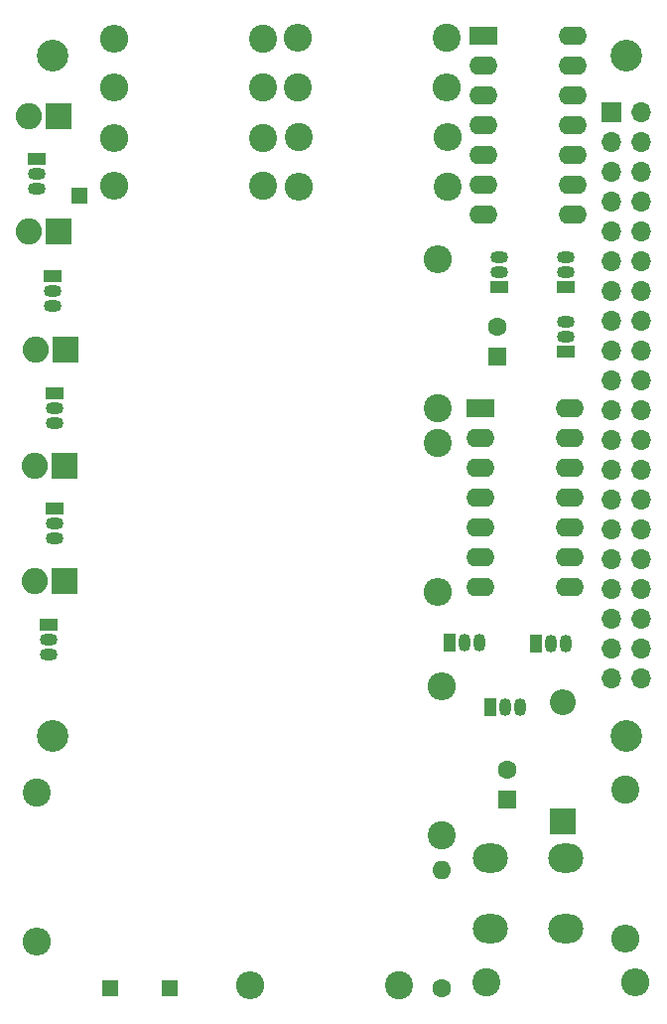
<source format=gts>
G04 #@! TF.GenerationSoftware,KiCad,Pcbnew,7.0.5*
G04 #@! TF.CreationDate,2023-10-09T12:46:36-04:00*
G04 #@! TF.ProjectId,alex_proposal_box,616c6578-5f70-4726-9f70-6f73616c5f62,rev?*
G04 #@! TF.SameCoordinates,Original*
G04 #@! TF.FileFunction,Soldermask,Top*
G04 #@! TF.FilePolarity,Negative*
%FSLAX46Y46*%
G04 Gerber Fmt 4.6, Leading zero omitted, Abs format (unit mm)*
G04 Created by KiCad (PCBNEW 7.0.5) date 2023-10-09 12:46:36*
%MOMM*%
%LPD*%
G01*
G04 APERTURE LIST*
%ADD10R,1.050000X1.500000*%
%ADD11O,1.050000X1.500000*%
%ADD12R,1.350000X1.350000*%
%ADD13C,2.700000*%
%ADD14R,2.240000X2.240000*%
%ADD15O,2.240000X2.240000*%
%ADD16C,2.400000*%
%ADD17O,2.400000X2.400000*%
%ADD18R,1.500000X1.050000*%
%ADD19O,1.500000X1.050000*%
%ADD20R,2.400000X1.600000*%
%ADD21O,2.400000X1.600000*%
%ADD22R,2.200000X2.200000*%
%ADD23O,2.200000X2.200000*%
%ADD24R,1.600000X1.600000*%
%ADD25C,1.600000*%
%ADD26O,1.600000X1.600000*%
%ADD27O,3.000000X2.500000*%
%ADD28R,1.700000X1.700000*%
%ADD29O,1.700000X1.700000*%
G04 APERTURE END LIST*
D10*
X129330000Y-102640000D03*
D11*
X130600000Y-102640000D03*
X131870000Y-102640000D03*
D12*
X105430000Y-132100000D03*
D13*
X144460000Y-110560000D03*
D14*
X96470000Y-97350000D03*
D15*
X93930000Y-97350000D03*
D16*
X129190000Y-63750000D03*
D17*
X116490000Y-63750000D03*
D18*
X94150000Y-61400000D03*
D19*
X94150000Y-62670000D03*
X94150000Y-63940000D03*
D12*
X97760000Y-64550000D03*
D16*
X113450000Y-63710000D03*
D17*
X100750000Y-63710000D03*
D20*
X132010000Y-82630000D03*
D21*
X132010000Y-85170000D03*
X132010000Y-87710000D03*
X132010000Y-90250000D03*
X132010000Y-92790000D03*
X132010000Y-95330000D03*
X132010000Y-97870000D03*
X139630000Y-97870000D03*
X139630000Y-95330000D03*
X139630000Y-92790000D03*
X139630000Y-90250000D03*
X139630000Y-87710000D03*
X139630000Y-85170000D03*
X139630000Y-82630000D03*
D18*
X95610000Y-81350000D03*
D19*
X95610000Y-82620000D03*
X95610000Y-83890000D03*
D16*
X132450000Y-131590000D03*
D17*
X145150000Y-131590000D03*
D18*
X95610000Y-91150000D03*
D19*
X95610000Y-92420000D03*
X95610000Y-93690000D03*
D16*
X113470000Y-55320000D03*
D17*
X100770000Y-55320000D03*
D10*
X136740000Y-102730000D03*
D11*
X138010000Y-102730000D03*
X139280000Y-102730000D03*
D14*
X96020000Y-57730000D03*
D15*
X93480000Y-57730000D03*
D14*
X96540000Y-77610000D03*
D15*
X94000000Y-77610000D03*
D16*
X113470000Y-59580000D03*
D17*
X100770000Y-59580000D03*
D13*
X95460000Y-52560000D03*
X144460000Y-52560000D03*
D16*
X116490000Y-59540000D03*
D17*
X129190000Y-59540000D03*
D16*
X94150000Y-115430000D03*
D17*
X94150000Y-128130000D03*
D12*
X100370000Y-132040000D03*
D18*
X95140000Y-101130000D03*
D19*
X95140000Y-102400000D03*
X95140000Y-103670000D03*
D16*
X128660000Y-119070000D03*
D17*
X128660000Y-106370000D03*
D16*
X128370000Y-85560000D03*
D17*
X128370000Y-98260000D03*
D16*
X129130000Y-51070000D03*
D17*
X116430000Y-51070000D03*
D14*
X96010000Y-67530000D03*
D15*
X93470000Y-67530000D03*
D16*
X128320000Y-82610000D03*
D17*
X128320000Y-69910000D03*
D14*
X96490000Y-87510000D03*
D15*
X93950000Y-87510000D03*
D18*
X95510000Y-71360000D03*
D19*
X95510000Y-72630000D03*
X95510000Y-73900000D03*
D10*
X132830000Y-108140000D03*
D11*
X134100000Y-108140000D03*
X135370000Y-108140000D03*
D16*
X125030000Y-131850000D03*
D17*
X112330000Y-131850000D03*
D18*
X133580000Y-72280000D03*
D19*
X133580000Y-71010000D03*
X133580000Y-69740000D03*
D16*
X113470000Y-51120000D03*
D17*
X100770000Y-51120000D03*
D22*
X139010000Y-117890000D03*
D23*
X139010000Y-107730000D03*
D18*
X139270000Y-72280000D03*
D19*
X139270000Y-71010000D03*
X139270000Y-69740000D03*
D16*
X144360000Y-115110000D03*
D17*
X144360000Y-127810000D03*
D20*
X132200000Y-50910000D03*
D21*
X132200000Y-53450000D03*
X132200000Y-55990000D03*
X132200000Y-58530000D03*
X132200000Y-61070000D03*
X132200000Y-63610000D03*
X132200000Y-66150000D03*
X139820000Y-66150000D03*
X139820000Y-63610000D03*
X139820000Y-61070000D03*
X139820000Y-58530000D03*
X139820000Y-55990000D03*
X139820000Y-53450000D03*
X139820000Y-50910000D03*
D13*
X95460000Y-110560000D03*
D18*
X139260000Y-77850000D03*
D19*
X139260000Y-76580000D03*
X139260000Y-75310000D03*
D24*
X133410000Y-78200000D03*
D25*
X133410000Y-75700000D03*
X128660000Y-132040000D03*
D26*
X128660000Y-122040000D03*
D16*
X116430000Y-55310000D03*
D17*
X129130000Y-55310000D03*
D24*
X134230000Y-115960000D03*
D25*
X134230000Y-113460000D03*
D27*
X132780000Y-121020000D03*
X139280000Y-121020000D03*
X132780000Y-127020000D03*
X139280000Y-127020000D03*
D28*
X143190000Y-57435000D03*
D29*
X145730000Y-57435000D03*
X143190000Y-59975000D03*
X145730000Y-59975000D03*
X143190000Y-62515000D03*
X145730000Y-62515000D03*
X143190000Y-65055000D03*
X145730000Y-65055000D03*
X143190000Y-67595000D03*
X145730000Y-67595000D03*
X143190000Y-70135000D03*
X145730000Y-70135000D03*
X143190000Y-72675000D03*
X145730000Y-72675000D03*
X143190000Y-75215000D03*
X145730000Y-75215000D03*
X143190000Y-77755000D03*
X145730000Y-77755000D03*
X143190000Y-80295000D03*
X145730000Y-80295000D03*
X143190000Y-82835000D03*
X145730000Y-82835000D03*
X143190000Y-85375000D03*
X145730000Y-85375000D03*
X143190000Y-87915000D03*
X145730000Y-87915000D03*
X143190000Y-90455000D03*
X145730000Y-90455000D03*
X143190000Y-92995000D03*
X145730000Y-92995000D03*
X143190000Y-95535000D03*
X145730000Y-95535000D03*
X143190000Y-98075000D03*
X145730000Y-98075000D03*
X143190000Y-100615000D03*
X145730000Y-100615000D03*
X143190000Y-103155000D03*
X145730000Y-103155000D03*
X143190000Y-105695000D03*
X145730000Y-105695000D03*
M02*

</source>
